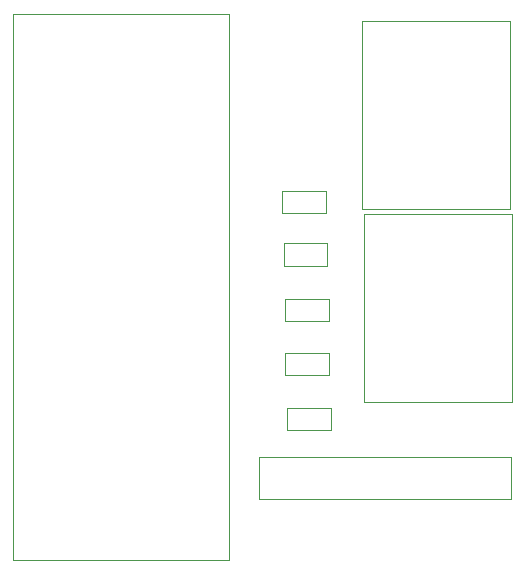
<source format=gbr>
%TF.GenerationSoftware,KiCad,Pcbnew,(6.0.7)*%
%TF.CreationDate,2023-03-11T00:51:03-05:00*%
%TF.ProjectId,GNERAL,474e4552-414c-42e6-9b69-6361645f7063,rev?*%
%TF.SameCoordinates,Original*%
%TF.FileFunction,Other,User*%
%FSLAX46Y46*%
G04 Gerber Fmt 4.6, Leading zero omitted, Abs format (unit mm)*
G04 Created by KiCad (PCBNEW (6.0.7)) date 2023-03-11 00:51:03*
%MOMM*%
%LPD*%
G01*
G04 APERTURE LIST*
%ADD10C,0.050000*%
G04 APERTURE END LIST*
D10*
%TO.C,R5*%
X153000000Y-93520000D02*
X153000000Y-91620000D01*
X153000000Y-91620000D02*
X156700000Y-91620000D01*
X156700000Y-93520000D02*
X153000000Y-93520000D01*
X156700000Y-91620000D02*
X156700000Y-93520000D01*
%TO.C,A1*%
X130060000Y-72220000D02*
X148340000Y-72220000D01*
X148340000Y-118440000D02*
X130060000Y-118440000D01*
X148340000Y-118440000D02*
X148340000Y-72220000D01*
X130060000Y-72220000D02*
X130060000Y-118440000D01*
%TO.C,R4*%
X156810000Y-96310000D02*
X156810000Y-98210000D01*
X153110000Y-98210000D02*
X153110000Y-96310000D01*
X153110000Y-96310000D02*
X156810000Y-96310000D01*
X156810000Y-98210000D02*
X153110000Y-98210000D01*
%TO.C,R1*%
X152860000Y-89100000D02*
X152860000Y-87200000D01*
X152860000Y-87200000D02*
X156560000Y-87200000D01*
X156560000Y-87200000D02*
X156560000Y-89100000D01*
X156560000Y-89100000D02*
X152860000Y-89100000D01*
%TO.C,J1*%
X172250000Y-109690000D02*
X172250000Y-113240000D01*
X150900000Y-109690000D02*
X172250000Y-109690000D01*
X150900000Y-113240000D02*
X150900000Y-109690000D01*
X172250000Y-113240000D02*
X150900000Y-113240000D01*
%TO.C,R2*%
X153260000Y-105560000D02*
X156960000Y-105560000D01*
X153260000Y-107460000D02*
X153260000Y-105560000D01*
X156960000Y-107460000D02*
X153260000Y-107460000D01*
X156960000Y-105560000D02*
X156960000Y-107460000D01*
%TO.C,VDD1*%
X159660000Y-72780000D02*
X159660000Y-88680000D01*
X172160000Y-88680000D02*
X172160000Y-72780000D01*
X159660000Y-88680000D02*
X172160000Y-88680000D01*
X172160000Y-72780000D02*
X159660000Y-72780000D01*
%TO.C,R3*%
X153110000Y-102800000D02*
X153110000Y-100900000D01*
X156810000Y-100900000D02*
X156810000Y-102800000D01*
X156810000Y-102800000D02*
X153110000Y-102800000D01*
X153110000Y-100900000D02*
X156810000Y-100900000D01*
%TO.C,Data1*%
X159790000Y-105050000D02*
X172290000Y-105050000D01*
X159790000Y-89150000D02*
X159790000Y-105050000D01*
X172290000Y-105050000D02*
X172290000Y-89150000D01*
X172290000Y-89150000D02*
X159790000Y-89150000D01*
%TD*%
M02*

</source>
